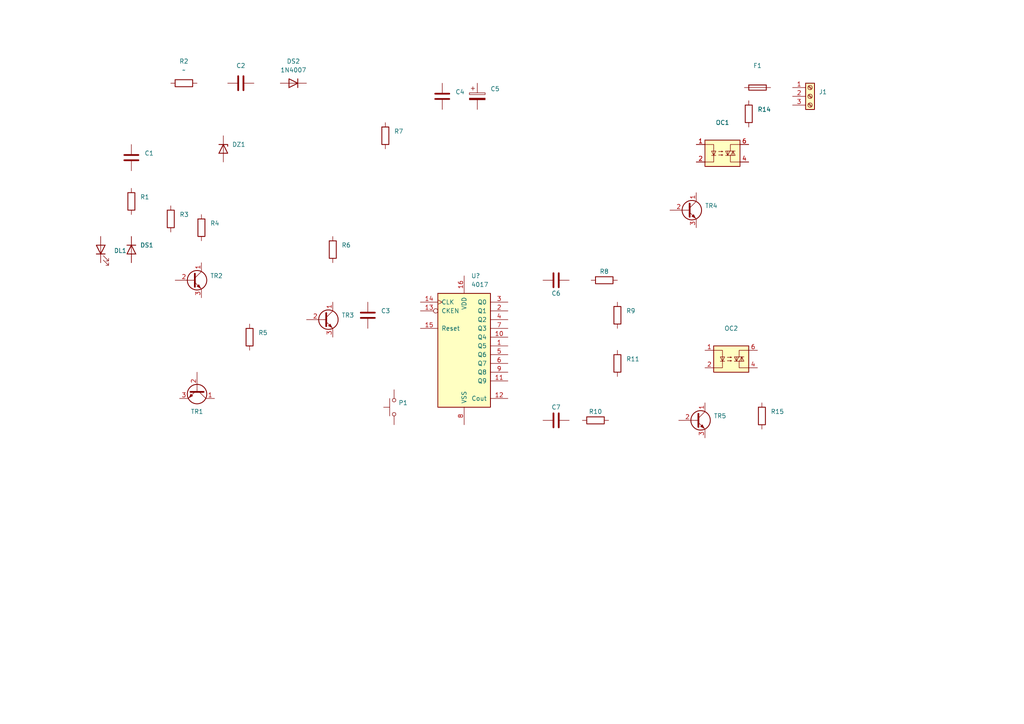
<source format=kicad_sch>
(kicad_sch (version 20211123) (generator eeschema)
  (paper "A4")
  (lib_symbols
    (symbol "4xxx:4017" (pin_names (offset 1.016))
      (property "Reference" "U" (at -7.62 16.51 0))
      (property "Value" "4017" (at -7.62 -19.05 0))
      (symbol "4017_1_0"
        (pin output line (at 12.7 0 180) (length 5.08) (name "Q5") (number "1"))
        (pin output line (at 12.7 2.54 180) (length 5.08) (name "Q4") (number "10"))
        (pin output line (at 12.7 -10.16 180) (length 5.08) (name "Q9") (number "11"))
        (pin output line (at 12.7 -15.24 180) (length 5.08) (name "Cout") (number "12"))
        (pin input inverted (at -12.7 10.16 0) (length 5.08) (name "CKEN") (number "13"))
        (pin input clock (at -12.7 12.7 0) (length 5.08) (name "CLK") (number "14"))
        (pin input line (at -12.7 5.08 0) (length 5.08) (name "Reset") (number "15"))
        (pin power_in line (at 0 20.32 270) (length 5.08) (name "VDD") (number "16"))
        (pin output line (at 12.7 10.16 180) (length 5.08) (name "Q1") (number "2"))
        (pin output line (at 12.7 12.7 180) (length 5.08) (name "Q0") (number "3"))
        (pin output line (at 12.7 7.62 180) (length 5.08) (name "Q2") (number "4"))
        (pin output line (at 12.7 -2.54 180) (length 5.08) (name "Q6") (number "5"))
        (pin output line (at 12.7 -5.08 180) (length 5.08) (name "Q7") (number "6"))
        (pin output line (at 12.7 5.08 180) (length 5.08) (name "Q3") (number "7"))
        (pin power_in line (at 0 -22.86 90) (length 5.08) (name "VSS") (number "8"))
        (pin output line (at 12.7 -7.62 180) (length 5.08) (name "Q8") (number "9"))
      )
      (symbol "4017_1_1"
        (rectangle (start -7.62 15.24) (end 7.62 -17.78) (stroke (width 0.254)) (fill (type background)))
      )
    )
    (symbol "Connector:Screw_Terminal_01x03" (pin_names (offset 1.016) hide)
      (property "Reference" "J" (at 0 5.08 0))
      (property "Value" "Screw_Terminal_01x03" (at 0 -5.08 0))
      (symbol "Screw_Terminal_01x03_1_1"
        (rectangle (start -1.27 3.81) (end 1.27 -3.81) (stroke (width 0.254)) (fill (type background)))
        (circle (center 0 -2.54) (radius 0.635) (stroke (width 0.1524)))
        (polyline (pts (xy -0.5334 -2.2098) (xy 0.3302 -3.048)) (stroke (width 0.1524)))
        (polyline (pts (xy -0.5334 0.3302) (xy 0.3302 -0.508)) (stroke (width 0.1524)))
        (polyline (pts (xy -0.5334 2.8702) (xy 0.3302 2.032)) (stroke (width 0.1524)))
        (polyline (pts (xy -0.3556 -2.032) (xy 0.508 -2.8702)) (stroke (width 0.1524)))
        (polyline (pts (xy -0.3556 0.508) (xy 0.508 -0.3302)) (stroke (width 0.1524)))
        (polyline (pts (xy -0.3556 3.048) (xy 0.508 2.2098)) (stroke (width 0.1524)))
        (circle (center 0 0) (radius 0.635) (stroke (width 0.1524)))
        (circle (center 0 2.54) (radius 0.635) (stroke (width 0.1524)))
        (pin passive line (at -5.08 2.54 0) (length 3.81) (name "Pin_1") (number "1"))
        (pin passive line (at -5.08 0 0) (length 3.81) (name "Pin_2") (number "2"))
        (pin passive line (at -5.08 -2.54 0) (length 3.81) (name "Pin_3") (number "3"))
      )
    )
    (symbol "Device:C" (pin_numbers hide) (pin_names (offset 0.254))
      (property "Reference" "C" (at 0.635 2.54 0))
      (property "Value" "C" (at 0.635 -2.54 0))
      (symbol "C_0_1"
        (polyline (pts (xy -2.032 -0.762) (xy 2.032 -0.762)) (stroke (width 0.508)))
        (polyline (pts (xy -2.032 0.762) (xy 2.032 0.762)) (stroke (width 0.508)))
      )
      (symbol "C_1_1"
        (pin passive line (at 0 3.81 270) (length 2.794) (name "~") (number "1"))
        (pin passive line (at 0 -3.81 90) (length 2.794) (name "~") (number "2"))
      )
    )
    (symbol "Device:C_Polarized" (pin_numbers hide) (pin_names (offset 0.254))
      (property "Reference" "C" (at 0.635 2.54 0))
      (property "Value" "C_Polarized" (at 0.635 -2.54 0))
      (symbol "C_Polarized_0_1"
        (rectangle (start -2.286 0.508) (end 2.286 1.016))
        (polyline (pts (xy -1.778 2.286) (xy -0.762 2.286)))
        (polyline (pts (xy -1.27 2.794) (xy -1.27 1.778)))
        (rectangle (start 2.286 -0.508) (end -2.286 -1.016) (fill (type outline)))
      )
      (symbol "C_Polarized_1_1"
        (pin passive line (at 0 3.81 270) (length 2.794) (name "~") (number "1"))
        (pin passive line (at 0 -3.81 90) (length 2.794) (name "~") (number "2"))
      )
    )
    (symbol "Device:D_Zener" (pin_numbers hide) (pin_names (offset 1.016) hide)
      (property "Reference" "D" (at 0 2.54 0))
      (property "Value" "D_Zener" (at 0 -2.54 0))
      (symbol "D_Zener_0_1"
        (polyline (pts (xy 1.27 0) (xy -1.27 0)))
        (polyline (pts (xy -1.27 -1.27) (xy -1.27 1.27) (xy -0.762 1.27)) (stroke (width 0.254)))
        (polyline (pts (xy 1.27 -1.27) (xy 1.27 1.27) (xy -1.27 0) (xy 1.27 -1.27)) (stroke (width 0.254)))
      )
      (symbol "D_Zener_1_1"
        (pin passive line (at -3.81 0 0) (length 2.54) (name "K") (number "1"))
        (pin passive line (at 3.81 0 180) (length 2.54) (name "A") (number "2"))
      )
    )
    (symbol "Device:Fuse" (pin_numbers hide) (pin_names (offset 0))
      (property "Reference" "F" (at 2.032 0 90))
      (property "Value" "Fuse" (at -1.905 0 90))
      (symbol "Fuse_0_1"
        (rectangle (start -0.762 -2.54) (end 0.762 2.54) (stroke (width 0.254)))
        (polyline (pts (xy 0 2.54) (xy 0 -2.54)))
      )
      (symbol "Fuse_1_1"
        (pin passive line (at 0 3.81 270) (length 1.27) (name "~") (number "1"))
        (pin passive line (at 0 -3.81 90) (length 1.27) (name "~") (number "2"))
      )
    )
    (symbol "Device:LED" (pin_numbers hide) (pin_names (offset 1.016) hide)
      (property "Reference" "D" (at 0 2.54 0))
      (property "Value" "LED" (at 0 -2.54 0))
      (symbol "LED_0_1"
        (polyline (pts (xy -1.27 -1.27) (xy -1.27 1.27)) (stroke (width 0.254)))
        (polyline (pts (xy -1.27 0) (xy 1.27 0)))
        (polyline (pts (xy 1.27 -1.27) (xy 1.27 1.27) (xy -1.27 0) (xy 1.27 -1.27)) (stroke (width 0.254)))
        (polyline (pts (xy -3.048 -0.762) (xy -4.572 -2.286) (xy -3.81 -2.286) (xy -4.572 -2.286) (xy -4.572 -1.524)))
        (polyline (pts (xy -1.778 -0.762) (xy -3.302 -2.286) (xy -2.54 -2.286) (xy -3.302 -2.286) (xy -3.302 -1.524)))
      )
      (symbol "LED_1_1"
        (pin passive line (at -3.81 0 0) (length 2.54) (name "K") (number "1"))
        (pin passive line (at 3.81 0 180) (length 2.54) (name "A") (number "2"))
      )
    )
    (symbol "Device:R" (pin_numbers hide) (pin_names (offset 0))
      (property "Reference" "R" (at 2.032 0 90))
      (property "Value" "R" (at 0 0 90))
      (symbol "R_0_1"
        (rectangle (start -1.016 -2.54) (end 1.016 2.54) (stroke (width 0.254)))
      )
      (symbol "R_1_1"
        (pin passive line (at 0 3.81 270) (length 1.27) (name "~") (number "1"))
        (pin passive line (at 0 -3.81 90) (length 1.27) (name "~") (number "2"))
      )
    )
    (symbol "Diode:1N4007" (pin_numbers hide) (pin_names (offset 1.016) hide)
      (property "Reference" "D" (at 0 2.54 0))
      (property "Value" "1N4007" (at 0 -2.54 0))
      (symbol "1N4007_0_1"
        (polyline (pts (xy -1.27 1.27) (xy -1.27 -1.27)) (stroke (width 0.254)))
        (polyline (pts (xy 1.27 0) (xy -1.27 0)))
        (polyline (pts (xy 1.27 1.27) (xy 1.27 -1.27) (xy -1.27 0) (xy 1.27 1.27)) (stroke (width 0.254)))
      )
      (symbol "1N4007_1_1"
        (pin passive line (at -3.81 0 0) (length 2.54) (name "K") (number "1"))
        (pin passive line (at 3.81 0 180) (length 2.54) (name "A") (number "2"))
      )
    )
    (symbol "Relay_SolidState:MOC3020M"
      (property "Reference" "U" (at -5.334 4.826 0))
      (property "Value" "MOC3020M" (at 0 5.08 0))
      (symbol "MOC3020M_0_1"
        (rectangle (start -5.08 3.81) (end 5.08 -3.81) (stroke (width 0.254)) (fill (type background)))
        (polyline (pts (xy -3.175 -0.635) (xy -1.905 -0.635)))
        (polyline (pts (xy 1.524 -0.635) (xy 1.524 0.635)))
        (polyline (pts (xy 3.048 0.635) (xy 3.048 -0.635)))
        (polyline (pts (xy 2.286 -0.635) (xy 2.286 -2.54) (xy 5.08 -2.54)))
        (polyline (pts (xy 2.286 0.635) (xy 2.286 2.54) (xy 5.08 2.54)))
        (polyline (pts (xy -5.08 2.54) (xy -2.54 2.54) (xy -2.54 -2.54) (xy -5.08 -2.54)))
        (polyline (pts (xy -2.54 -0.635) (xy -3.175 0.635) (xy -1.905 0.635) (xy -2.54 -0.635)))
        (polyline (pts (xy 0.889 -0.635) (xy 3.683 -0.635) (xy 3.048 0.635) (xy 2.413 -0.635)))
        (polyline (pts (xy 3.683 0.635) (xy 0.889 0.635) (xy 1.524 -0.635) (xy 2.159 0.635)))
        (polyline (pts (xy -1.143 -0.508) (xy 0.127 -0.508) (xy -0.254 -0.635) (xy -0.254 -0.381) (xy 0.127 -0.508)))
        (polyline (pts (xy -1.143 0.508) (xy 0.127 0.508) (xy -0.254 0.381) (xy -0.254 0.635) (xy 0.127 0.508)))
      )
      (symbol "MOC3020M_1_1"
        (pin passive line (at -7.62 2.54 0) (length 2.54) (name "~") (number "1"))
        (pin passive line (at -7.62 -2.54 0) (length 2.54) (name "~") (number "2"))
        (pin no_connect line (at -5.08 0 0) (length 2.54) hide (name "NC") (number "3"))
        (pin passive line (at 7.62 -2.54 180) (length 2.54) (name "~") (number "4"))
        (pin no_connect line (at 5.08 0 180) (length 2.54) hide (name "NC") (number "5"))
        (pin passive line (at 7.62 2.54 180) (length 2.54) (name "~") (number "6"))
      )
    )
    (symbol "Switch:SW_Push" (pin_numbers hide) (pin_names (offset 1.016) hide)
      (property "Reference" "SW" (at 1.27 2.54 0))
      (property "Value" "SW_Push" (at 0 -1.524 0))
      (symbol "SW_Push_0_1"
        (circle (center -2.032 0) (radius 0.508))
        (polyline (pts (xy 0 1.27) (xy 0 3.048)))
        (polyline (pts (xy 2.54 1.27) (xy -2.54 1.27)))
        (circle (center 2.032 0) (radius 0.508))
        (pin passive line (at -5.08 0 0) (length 2.54) (name "1") (number "1"))
        (pin passive line (at 5.08 0 180) (length 2.54) (name "2") (number "2"))
      )
    )
    (symbol "Transistor_BJT:BC547" (pin_names (offset 0) hide)
      (property "Reference" "Q" (at 5.08 1.905 0))
      (property "Value" "BC547" (at 5.08 0 0))
      (symbol "BC547_0_1"
        (polyline (pts (xy 0 0) (xy 0.635 0)))
        (polyline (pts (xy 0.635 0.635) (xy 2.54 2.54)))
        (polyline (pts (xy 0.635 -0.635) (xy 2.54 -2.54) (xy 2.54 -2.54)))
        (polyline (pts (xy 0.635 1.905) (xy 0.635 -1.905) (xy 0.635 -1.905)) (stroke (width 0.508)))
        (polyline (pts (xy 1.27 -1.778) (xy 1.778 -1.27) (xy 2.286 -2.286) (xy 1.27 -1.778) (xy 1.27 -1.778)) (fill (type outline)))
        (circle (center 1.27 0) (radius 2.8194) (stroke (width 0.254)))
      )
      (symbol "BC547_1_1"
        (pin passive line (at 2.54 5.08 270) (length 2.54) (name "C") (number "1"))
        (pin input line (at -5.08 0 0) (length 5.08) (name "B") (number "2"))
        (pin passive line (at 2.54 -5.08 90) (length 2.54) (name "E") (number "3"))
      )
    )
  )
  (symbol (lib_id "Device:R") (at 58.42 66.04 0) (unit 1)
    (property "Reference" "R4" (at 60.96 64.7699 0) (effects (justify left)))
  )
  (symbol (lib_id "Relay_SolidState:MOC3020M") (at 209.55 44.45 0) (unit 1)
    (property "Reference" "OC1" (at 209.55 35.56 0))
    (property "Value" "MOC3020M" (effects hide))
    (property "Footprint" "Package_DIP:DIP-6_W7.62mm_Socket" (effects hide))
    (property "Datasheet" "https://www.onsemi.com/pub/Collateral/MOC3023M-D.PDF" (effects hide))
  )
  (symbol (lib_id "Device:R") (at 217.17 33.02 0) (unit 1)
    (property "Reference" "R14" (at 219.71 31.7499 0) (effects (justify left)))
  )
  (symbol (lib_id "Transistor_BJT:BC547") (at 199.39 60.96 0) (unit 1)
    (property "Reference" "TR4" (at 204.47 59.6899 0) (effects (justify left)))
    (property "Value" "BC547" (effects hide))
    (property "Footprint" "Package_TO_SOT_THT:TO-92_Inline" (effects hide))
    (property "Datasheet" "https://www.onsemi.com/pub/Collateral/BC550-D.pdf" (effects hide))
  )
  (symbol (lib_id "4xxx:4017") (at 134.62 100.33 0) (unit 1)
    (property "Reference" "U?" (at 136.6394 80.01 0) (effects (justify left)))
    (property "Value" "4017" (at 136.6394 82.55 0) (effects (justify left)))
    (property "Footprint" "Package_DIP:DIP-16_W7.62mm_Socket" (effects hide))
    (property "Datasheet" "http://www.intersil.com/content/dam/Intersil/documents/cd40/cd4017bms-22bms.pdf" (effects hide))
  )
  (symbol (lib_id "Device:C_Polarized") (at 138.43 27.94 0) (unit 1)
    (property "Reference" "C5" (at 142.24 25.7809 0) (effects (justify left)))
    (property "Value" "C_Polarized" (effects hide))
    (property "Footprint" "Capacitor_THT:CP_Radial_D10.0mm_P2.50mm" (effects hide))
  )
  (symbol (lib_id "Device:R") (at 220.98 120.65 0) (unit 1)
    (property "Reference" "R15" (at 223.52 119.3799 0) (effects (justify left)))
  )
  (symbol (lib_id "Connector:Screw_Terminal_01x03") (at 234.95 27.94 0) (unit 1)
    (property "Reference" "J1" (at 237.49 26.6699 0) (effects (justify left)))
    (property "Value" "Screw_Terminal_01x03" (effects hide))
    (property "Footprint" "TerminalBlock_Phoenix:TerminalBlock_Phoenix_MKDS-1,5-3_1x03_P5.00mm_Horizontal" (effects hide))
  )
  (symbol (lib_id "Device:R") (at 72.39 97.79 0) (unit 1)
    (property "Reference" "R5" (at 74.93 96.5199 0) (effects (justify left)))
  )
  (symbol (lib_id "Transistor_BJT:BC547") (at 57.15 113.03 270) (unit 1)
    (property "Reference" "TR1" (at 57.15 119.38 90))
    (property "Value" "BC547" (effects hide))
    (property "Footprint" "Package_TO_SOT_THT:TO-92_Inline" (effects hide))
    (property "Datasheet" "https://www.onsemi.com/pub/Collateral/BC550-D.pdf" (effects hide))
  )
  (symbol (lib_id "Device:R") (at 179.07 105.41 0) (unit 1)
    (property "Reference" "R11" (at 181.61 104.1399 0) (effects (justify left)))
  )
  (symbol (lib_id "Device:R") (at 49.53 63.5 0) (unit 1)
    (property "Reference" "R3" (at 52.07 62.2299 0) (effects (justify left)))
    (property "Value" "R" (effects hide))
    (property "Footprint" "Resistor_THT:R_Axial_DIN0204_L3.6mm_D1.6mm_P7.62mm_Horizontal" (effects hide))
  )
  (symbol (lib_id "Diode:1N4007") (at 38.1 72.39 270) (unit 1)
    (property "Reference" "DS1" (at 40.64 71.1199 90) (effects (justify left)))
    (property "Value" "1N4007" (effects hide))
    (property "Footprint" "Diode_THT:D_DO-41_SOD81_P10.16mm_Horizontal" (effects hide))
    (property "Datasheet" "http://www.vishay.com/docs/88503/1n4001.pdf" (effects hide))
  )
  (symbol (lib_id "Relay_SolidState:MOC3020M") (at 212.09 104.14 0) (unit 1)
    (property "Reference" "OC2" (at 212.09 95.25 0))
    (property "Value" "MOC3020M" (effects hide))
    (property "Footprint" "Package_DIP:DIP-6_W7.62mm_Socket" (effects hide))
    (property "Datasheet" "https://www.onsemi.com/pub/Collateral/MOC3023M-D.PDF" (effects hide))
  )
  (symbol (lib_id "Device:C") (at 128.27 27.94 0) (unit 1)
    (property "Reference" "C4" (at 132.08 26.6699 0) (effects (justify left)))
    (property "Value" "C" (effects hide))
  )
  (symbol (lib_id "Diode:1N4007") (at 85.09 24.13 180) (unit 1)
    (property "Reference" "DS2" (at 85.09 17.78 0))
    (property "Value" "1N4007" (at 85.09 20.32 0))
    (property "Footprint" "Diode_THT:D_DO-41_SOD81_P10.16mm_Horizontal" (effects hide))
    (property "Datasheet" "http://www.vishay.com/docs/88503/1n4001.pdf" (effects hide))
  )
  (symbol (lib_id "Device:C") (at 69.85 24.13 270) (unit 1)
    (property "Reference" "C2" (at 69.85 19.05 90))
    (property "Value" "C" (effects hide))
    (property "Footprint" "Capacitor_THT:C_Rect_L29.0mm_W7.6mm_P27.50mm_MKT" (effects hide))
  )
  (symbol (lib_id "Device:R") (at 175.26 81.28 90) (unit 1)
    (property "Reference" "R8" (at 175.26 78.74 90))
  )
  (symbol (lib_id "Device:R") (at 38.1 58.42 0) (unit 1)
    (property "Reference" "R1" (at 40.64 57.1499 0) (effects (justify left)))
    (property "Value" "R" (effects hide))
    (property "Footprint" "Resistor_THT:R_Radial_Power_L13.0mm_W9.0mm_P5.00mm" (effects hide))
  )
  (symbol (lib_id "Device:C") (at 38.1 45.72 0) (unit 1)
    (property "Reference" "C1" (at 41.91 44.4499 0) (effects (justify left)))
    (property "Value" "C" (effects hide))
    (property "Footprint" "Capacitor_THT:C_Rect_L29.0mm_W7.6mm_P27.50mm_MKT" (effects hide))
  )
  (symbol (lib_id "Switch:SW_Push") (at 114.3 118.11 90) (unit 1)
    (property "Reference" "P1" (at 115.57 116.8399 90) (effects (justify right)))
    (property "Value" "SW_Push" (effects hide))
    (property "Footprint" "Button_Switch_SMD:SW_MEC_5GSH9" (effects hide))
  )
  (symbol (lib_id "Device:D_Zener") (at 64.77 43.18 270) (unit 1)
    (property "Reference" "DZ1" (at 67.31 41.9099 90) (effects (justify left)))
    (property "Value" "D_Zener" (effects hide))
    (property "Footprint" "Diode_THT:D_5KP_P10.16mm_Horizontal" (effects hide))
  )
  (symbol (lib_id "Device:R") (at 172.72 121.92 90) (unit 1)
    (property "Reference" "R10" (at 172.72 119.38 90))
  )
  (symbol (lib_id "Transistor_BJT:BC547") (at 93.98 92.71 0) (unit 1)
    (property "Reference" "TR3" (at 99.06 91.4399 0) (effects (justify left)))
    (property "Value" "BC547" (effects hide))
    (property "Footprint" "Package_TO_SOT_THT:TO-92_Inline" (effects hide))
    (property "Datasheet" "https://www.onsemi.com/pub/Collateral/BC550-D.pdf" (effects hide))
  )
  (symbol (lib_id "Device:R") (at 179.07 91.44 0) (unit 1)
    (property "Reference" "R9" (at 181.61 90.1699 0) (effects (justify left)))
  )
  (symbol (lib_id "Device:C") (at 161.29 121.92 90) (unit 1)
    (property "Reference" "C7" (at 161.29 118.11 90))
  )
  (symbol (lib_id "Transistor_BJT:BC547") (at 55.88 81.28 0) (unit 1)
    (property "Reference" "TR2" (at 60.96 80.0099 0) (effects (justify left)))
    (property "Value" "BC547" (effects hide))
    (property "Footprint" "Package_TO_SOT_THT:TO-92_Inline" (effects hide))
    (property "Datasheet" "https://www.onsemi.com/pub/Collateral/BC550-D.pdf" (effects hide))
  )
  (symbol (lib_id "Device:C") (at 106.68 91.44 0) (unit 1)
    (property "Reference" "C3" (at 110.49 90.1699 0) (effects (justify left)))
    (property "Value" "C" (effects hide))
    (property "Footprint" "Capacitor_THT:C_Disc_D3.4mm_W2.1mm_P2.50mm" (effects hide))
  )
  (symbol (lib_id "Device:LED") (at 29.21 72.39 90) (unit 1)
    (property "Reference" "DL1" (at 33.02 72.7074 90) (effects (justify right)))
    (property "Value" "LED" (effects hide))
    (property "Footprint" "LED_THT:LED_D3.0mm_FlatTop" (effects hide))
  )
  (symbol (lib_id "Device:R") (at 111.76 39.37 0) (unit 1)
    (property "Reference" "R7" (at 114.3 38.0999 0) (effects (justify left)))
  )
  (symbol (lib_id "Device:R") (at 96.52 72.39 0) (unit 1)
    (property "Reference" "R6" (at 99.06 71.1199 0) (effects (justify left)))
  )
  (symbol (lib_id "Device:Fuse") (at 219.71 25.4 90) (unit 1)
    (property "Reference" "F1" (at 219.71 19.05 90))
    (property "Value" "Fuse" (effects hide))
    (property "Footprint" "Fuse:Fuseholder_Cylinder-5x20mm_Wuerth_696103101002-SMD_Horizontal_Open" (effects hide))
  )
  (symbol (lib_id "Device:C") (at 161.29 81.28 90) (unit 1)
    (property "Reference" "C6" (at 161.29 85.09 90))
    (property "Value" "C" (effects hide))
    (property "Footprint" "Capacitor_THT:C_Rect_L10.0mm_W2.5mm_P7.50mm_MKS4" (effects hide))
  )
  (symbol (lib_id "Device:R") (at 53.34 24.13 90) (unit 1)
    (property "Reference" "R2" (at 53.34 17.78 90))
    (property "Value" "~" (at 53.34 20.32 90))
  )
  (symbol (lib_id "Transistor_BJT:BC547") (at 201.93 121.92 0) (unit 1)
    (property "Reference" "TR5" (at 207.01 120.6499 0) (effects (justify left)))
    (property "Value" "BC547" (effects hide))
    (property "Footprint" "Package_TO_SOT_THT:TO-92_Inline" (effects hide))
    (property "Datasheet" "https://www.onsemi.com/pub/Collateral/BC550-D.pdf" (effects hide))
  )
)
</source>
